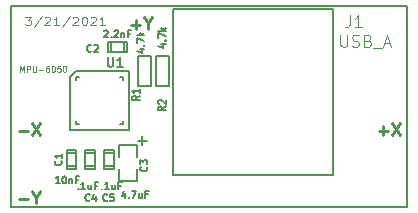
<source format=gto>
G04 #@! TF.GenerationSoftware,KiCad,Pcbnew,5.1.9-73d0e3b20d~88~ubuntu18.04.1*
G04 #@! TF.CreationDate,2021-03-21T21:22:27-07:00*
G04 #@! TF.ProjectId,accelgyro_mpu6050_d2r2,61636365-6c67-4797-926f-5f6d70753630,rev?*
G04 #@! TF.SameCoordinates,Original*
G04 #@! TF.FileFunction,Legend,Top*
G04 #@! TF.FilePolarity,Positive*
%FSLAX46Y46*%
G04 Gerber Fmt 4.6, Leading zero omitted, Abs format (unit mm)*
G04 Created by KiCad (PCBNEW 5.1.9-73d0e3b20d~88~ubuntu18.04.1) date 2021-03-21 21:22:27*
%MOMM*%
%LPD*%
G01*
G04 APERTURE LIST*
%ADD10C,0.250000*%
%ADD11C,0.200000*%
%ADD12C,0.125000*%
%ADD13C,0.127000*%
%ADD14C,0.149860*%
%ADD15C,0.200660*%
%ADD16C,0.150000*%
%ADD17C,0.099060*%
G04 APERTURE END LIST*
D10*
X145690476Y-93571428D02*
X146452380Y-93571428D01*
X146071428Y-93952380D02*
X146071428Y-93190476D01*
X147119047Y-93476190D02*
X147119047Y-93952380D01*
X146785714Y-92952380D02*
X147119047Y-93476190D01*
X147452380Y-92952380D01*
D11*
X169000000Y-92000000D02*
X135500000Y-92000000D01*
X169000000Y-109000000D02*
X169000000Y-92000000D01*
X135500000Y-109000000D02*
X169000000Y-109000000D01*
X135500000Y-92000000D02*
X135500000Y-109000000D01*
D12*
X136709523Y-92916666D02*
X137204761Y-92916666D01*
X136938095Y-93183333D01*
X137052380Y-93183333D01*
X137128571Y-93216666D01*
X137166666Y-93250000D01*
X137204761Y-93316666D01*
X137204761Y-93483333D01*
X137166666Y-93550000D01*
X137128571Y-93583333D01*
X137052380Y-93616666D01*
X136823809Y-93616666D01*
X136747619Y-93583333D01*
X136709523Y-93550000D01*
X138119047Y-92883333D02*
X137433333Y-93783333D01*
X138347619Y-92983333D02*
X138385714Y-92950000D01*
X138461904Y-92916666D01*
X138652380Y-92916666D01*
X138728571Y-92950000D01*
X138766666Y-92983333D01*
X138804761Y-93050000D01*
X138804761Y-93116666D01*
X138766666Y-93216666D01*
X138309523Y-93616666D01*
X138804761Y-93616666D01*
X139566666Y-93616666D02*
X139109523Y-93616666D01*
X139338095Y-93616666D02*
X139338095Y-92916666D01*
X139261904Y-93016666D01*
X139185714Y-93083333D01*
X139109523Y-93116666D01*
X140480952Y-92883333D02*
X139795238Y-93783333D01*
X140709523Y-92983333D02*
X140747619Y-92950000D01*
X140823809Y-92916666D01*
X141014285Y-92916666D01*
X141090476Y-92950000D01*
X141128571Y-92983333D01*
X141166666Y-93050000D01*
X141166666Y-93116666D01*
X141128571Y-93216666D01*
X140671428Y-93616666D01*
X141166666Y-93616666D01*
X141661904Y-92916666D02*
X141738095Y-92916666D01*
X141814285Y-92950000D01*
X141852380Y-92983333D01*
X141890476Y-93050000D01*
X141928571Y-93183333D01*
X141928571Y-93350000D01*
X141890476Y-93483333D01*
X141852380Y-93550000D01*
X141814285Y-93583333D01*
X141738095Y-93616666D01*
X141661904Y-93616666D01*
X141585714Y-93583333D01*
X141547619Y-93550000D01*
X141509523Y-93483333D01*
X141471428Y-93350000D01*
X141471428Y-93183333D01*
X141509523Y-93050000D01*
X141547619Y-92983333D01*
X141585714Y-92950000D01*
X141661904Y-92916666D01*
X142233333Y-92983333D02*
X142271428Y-92950000D01*
X142347619Y-92916666D01*
X142538095Y-92916666D01*
X142614285Y-92950000D01*
X142652380Y-92983333D01*
X142690476Y-93050000D01*
X142690476Y-93116666D01*
X142652380Y-93216666D01*
X142195238Y-93616666D01*
X142690476Y-93616666D01*
X143452380Y-93616666D02*
X142995238Y-93616666D01*
X143223809Y-93616666D02*
X143223809Y-92916666D01*
X143147619Y-93016666D01*
X143071428Y-93083333D01*
X142995238Y-93116666D01*
D10*
X136142857Y-102571428D02*
X136904761Y-102571428D01*
X137285714Y-101952380D02*
X137952380Y-102952380D01*
X137952380Y-101952380D02*
X137285714Y-102952380D01*
X166642857Y-102571428D02*
X167404761Y-102571428D01*
X167023809Y-102952380D02*
X167023809Y-102190476D01*
X167785714Y-101952380D02*
X168452380Y-102952380D01*
X168452380Y-101952380D02*
X167785714Y-102952380D01*
X136190476Y-108321428D02*
X136952380Y-108321428D01*
X137619047Y-108226190D02*
X137619047Y-108702380D01*
X137285714Y-107702380D02*
X137619047Y-108226190D01*
X137952380Y-107702380D01*
D13*
X140193600Y-104187200D02*
X141006400Y-104187200D01*
X140193600Y-105812800D02*
X140193600Y-104187200D01*
X141006400Y-105812800D02*
X140193600Y-105812800D01*
X141006400Y-104187200D02*
X141006400Y-105812800D01*
X140981000Y-104441200D02*
X140193600Y-104441200D01*
X140193600Y-105558800D02*
X141006400Y-105558800D01*
X143687200Y-95906400D02*
X143687200Y-95093600D01*
X145312800Y-95906400D02*
X143687200Y-95906400D01*
X145312800Y-95093600D02*
X145312800Y-95906400D01*
X143687200Y-95093600D02*
X145312800Y-95093600D01*
X143941200Y-95119000D02*
X143941200Y-95906400D01*
X145058800Y-95906400D02*
X145058800Y-95093600D01*
X141793600Y-104187200D02*
X142606400Y-104187200D01*
X141793600Y-105812800D02*
X141793600Y-104187200D01*
X142606400Y-105812800D02*
X141793600Y-105812800D01*
X142606400Y-104187200D02*
X142606400Y-105812800D01*
X142581000Y-104441200D02*
X141793600Y-104441200D01*
X141793600Y-105558800D02*
X142606400Y-105558800D01*
X143393600Y-104187200D02*
X144206400Y-104187200D01*
X143393600Y-105812800D02*
X143393600Y-104187200D01*
X144206400Y-105812800D02*
X143393600Y-105812800D01*
X144206400Y-104187200D02*
X144206400Y-105812800D01*
X144181000Y-104441200D02*
X143393600Y-104441200D01*
X143393600Y-105558800D02*
X144206400Y-105558800D01*
D14*
X145489200Y-97510800D02*
X145489200Y-102489200D01*
X145489200Y-102489200D02*
X140510800Y-102489200D01*
D15*
X144991360Y-98008640D02*
X144991360Y-98257560D01*
X144742440Y-98008640D02*
X144991360Y-98008640D01*
X144991360Y-101991360D02*
X144742440Y-101991360D01*
X144991360Y-101742440D02*
X144991360Y-101991360D01*
X141008640Y-101991360D02*
X141008640Y-101742440D01*
X141257560Y-101991360D02*
X141008640Y-101991360D01*
X141008640Y-98008640D02*
X141257560Y-98008640D01*
X141008640Y-98257560D02*
X141008640Y-98008640D01*
D14*
X140510800Y-98008640D02*
X141008640Y-97510800D01*
X140510800Y-98008640D02*
X140510800Y-102489200D01*
X141008640Y-97510800D02*
X145489200Y-97510800D01*
D13*
X144638000Y-106824000D02*
X144638000Y-105808000D01*
X146162000Y-106824000D02*
X144638000Y-106824000D01*
X146162000Y-105808000D02*
X146162000Y-106824000D01*
X146162000Y-103776000D02*
X146162000Y-104792000D01*
X144638000Y-103776000D02*
X146162000Y-103776000D01*
X144638000Y-104792000D02*
X144638000Y-103776000D01*
X162775000Y-106330000D02*
X162775000Y-92270000D01*
X149225000Y-92270000D02*
X162775000Y-92270000D01*
X149225000Y-106330000D02*
X149225000Y-92270000D01*
X162775000Y-106330000D02*
X149225000Y-106330000D01*
X147382000Y-96286000D02*
X147382000Y-98786000D01*
X146242000Y-98786000D02*
X146242000Y-96286000D01*
X146242000Y-96266000D02*
X147382000Y-96266000D01*
X146242000Y-98806000D02*
X147382000Y-98806000D01*
X147766000Y-98806000D02*
X148906000Y-98806000D01*
X147766000Y-96266000D02*
X148906000Y-96266000D01*
X147766000Y-98786000D02*
X147766000Y-96286000D01*
X148906000Y-96286000D02*
X148906000Y-98786000D01*
D16*
X139714285Y-105100000D02*
X139742857Y-105128571D01*
X139771428Y-105214285D01*
X139771428Y-105271428D01*
X139742857Y-105357142D01*
X139685714Y-105414285D01*
X139628571Y-105442857D01*
X139514285Y-105471428D01*
X139428571Y-105471428D01*
X139314285Y-105442857D01*
X139257142Y-105414285D01*
X139200000Y-105357142D01*
X139171428Y-105271428D01*
X139171428Y-105214285D01*
X139200000Y-105128571D01*
X139228571Y-105100000D01*
X139771428Y-104528571D02*
X139771428Y-104871428D01*
X139771428Y-104700000D02*
X139171428Y-104700000D01*
X139257142Y-104757142D01*
X139314285Y-104814285D01*
X139342857Y-104871428D01*
X139607142Y-107021428D02*
X139264285Y-107021428D01*
X139435714Y-107021428D02*
X139435714Y-106421428D01*
X139378571Y-106507142D01*
X139321428Y-106564285D01*
X139264285Y-106592857D01*
X139978571Y-106421428D02*
X140035714Y-106421428D01*
X140092857Y-106450000D01*
X140121428Y-106478571D01*
X140150000Y-106535714D01*
X140178571Y-106650000D01*
X140178571Y-106792857D01*
X140150000Y-106907142D01*
X140121428Y-106964285D01*
X140092857Y-106992857D01*
X140035714Y-107021428D01*
X139978571Y-107021428D01*
X139921428Y-106992857D01*
X139892857Y-106964285D01*
X139864285Y-106907142D01*
X139835714Y-106792857D01*
X139835714Y-106650000D01*
X139864285Y-106535714D01*
X139892857Y-106478571D01*
X139921428Y-106450000D01*
X139978571Y-106421428D01*
X140435714Y-106621428D02*
X140435714Y-107021428D01*
X140435714Y-106678571D02*
X140464285Y-106650000D01*
X140521428Y-106621428D01*
X140607142Y-106621428D01*
X140664285Y-106650000D01*
X140692857Y-106707142D01*
X140692857Y-107021428D01*
X141178571Y-106707142D02*
X140978571Y-106707142D01*
X140978571Y-107021428D02*
X140978571Y-106421428D01*
X141264285Y-106421428D01*
X142300000Y-95814285D02*
X142271428Y-95842857D01*
X142185714Y-95871428D01*
X142128571Y-95871428D01*
X142042857Y-95842857D01*
X141985714Y-95785714D01*
X141957142Y-95728571D01*
X141928571Y-95614285D01*
X141928571Y-95528571D01*
X141957142Y-95414285D01*
X141985714Y-95357142D01*
X142042857Y-95300000D01*
X142128571Y-95271428D01*
X142185714Y-95271428D01*
X142271428Y-95300000D01*
X142300000Y-95328571D01*
X142528571Y-95328571D02*
X142557142Y-95300000D01*
X142614285Y-95271428D01*
X142757142Y-95271428D01*
X142814285Y-95300000D01*
X142842857Y-95328571D01*
X142871428Y-95385714D01*
X142871428Y-95442857D01*
X142842857Y-95528571D01*
X142500000Y-95871428D01*
X142871428Y-95871428D01*
X143371428Y-94128571D02*
X143400000Y-94100000D01*
X143457142Y-94071428D01*
X143600000Y-94071428D01*
X143657142Y-94100000D01*
X143685714Y-94128571D01*
X143714285Y-94185714D01*
X143714285Y-94242857D01*
X143685714Y-94328571D01*
X143342857Y-94671428D01*
X143714285Y-94671428D01*
X143971428Y-94614285D02*
X144000000Y-94642857D01*
X143971428Y-94671428D01*
X143942857Y-94642857D01*
X143971428Y-94614285D01*
X143971428Y-94671428D01*
X144228571Y-94128571D02*
X144257142Y-94100000D01*
X144314285Y-94071428D01*
X144457142Y-94071428D01*
X144514285Y-94100000D01*
X144542857Y-94128571D01*
X144571428Y-94185714D01*
X144571428Y-94242857D01*
X144542857Y-94328571D01*
X144200000Y-94671428D01*
X144571428Y-94671428D01*
X144828571Y-94271428D02*
X144828571Y-94671428D01*
X144828571Y-94328571D02*
X144857142Y-94300000D01*
X144914285Y-94271428D01*
X145000000Y-94271428D01*
X145057142Y-94300000D01*
X145085714Y-94357142D01*
X145085714Y-94671428D01*
X145571428Y-94357142D02*
X145371428Y-94357142D01*
X145371428Y-94671428D02*
X145371428Y-94071428D01*
X145657142Y-94071428D01*
X142150000Y-108464285D02*
X142121428Y-108492857D01*
X142035714Y-108521428D01*
X141978571Y-108521428D01*
X141892857Y-108492857D01*
X141835714Y-108435714D01*
X141807142Y-108378571D01*
X141778571Y-108264285D01*
X141778571Y-108178571D01*
X141807142Y-108064285D01*
X141835714Y-108007142D01*
X141892857Y-107950000D01*
X141978571Y-107921428D01*
X142035714Y-107921428D01*
X142121428Y-107950000D01*
X142150000Y-107978571D01*
X142664285Y-108121428D02*
X142664285Y-108521428D01*
X142521428Y-107892857D02*
X142378571Y-108321428D01*
X142750000Y-108321428D01*
X141185714Y-107464285D02*
X141214285Y-107492857D01*
X141185714Y-107521428D01*
X141157142Y-107492857D01*
X141185714Y-107464285D01*
X141185714Y-107521428D01*
X141785714Y-107521428D02*
X141442857Y-107521428D01*
X141614285Y-107521428D02*
X141614285Y-106921428D01*
X141557142Y-107007142D01*
X141500000Y-107064285D01*
X141442857Y-107092857D01*
X142300000Y-107121428D02*
X142300000Y-107521428D01*
X142042857Y-107121428D02*
X142042857Y-107435714D01*
X142071428Y-107492857D01*
X142128571Y-107521428D01*
X142214285Y-107521428D01*
X142271428Y-107492857D01*
X142300000Y-107464285D01*
X142785714Y-107207142D02*
X142585714Y-107207142D01*
X142585714Y-107521428D02*
X142585714Y-106921428D01*
X142871428Y-106921428D01*
X143650000Y-108464285D02*
X143621428Y-108492857D01*
X143535714Y-108521428D01*
X143478571Y-108521428D01*
X143392857Y-108492857D01*
X143335714Y-108435714D01*
X143307142Y-108378571D01*
X143278571Y-108264285D01*
X143278571Y-108178571D01*
X143307142Y-108064285D01*
X143335714Y-108007142D01*
X143392857Y-107950000D01*
X143478571Y-107921428D01*
X143535714Y-107921428D01*
X143621428Y-107950000D01*
X143650000Y-107978571D01*
X144192857Y-107921428D02*
X143907142Y-107921428D01*
X143878571Y-108207142D01*
X143907142Y-108178571D01*
X143964285Y-108150000D01*
X144107142Y-108150000D01*
X144164285Y-108178571D01*
X144192857Y-108207142D01*
X144221428Y-108264285D01*
X144221428Y-108407142D01*
X144192857Y-108464285D01*
X144164285Y-108492857D01*
X144107142Y-108521428D01*
X143964285Y-108521428D01*
X143907142Y-108492857D01*
X143878571Y-108464285D01*
X143185714Y-107464285D02*
X143214285Y-107492857D01*
X143185714Y-107521428D01*
X143157142Y-107492857D01*
X143185714Y-107464285D01*
X143185714Y-107521428D01*
X143785714Y-107521428D02*
X143442857Y-107521428D01*
X143614285Y-107521428D02*
X143614285Y-106921428D01*
X143557142Y-107007142D01*
X143500000Y-107064285D01*
X143442857Y-107092857D01*
X144300000Y-107121428D02*
X144300000Y-107521428D01*
X144042857Y-107121428D02*
X144042857Y-107435714D01*
X144071428Y-107492857D01*
X144128571Y-107521428D01*
X144214285Y-107521428D01*
X144271428Y-107492857D01*
X144300000Y-107464285D01*
X144785714Y-107207142D02*
X144585714Y-107207142D01*
X144585714Y-107521428D02*
X144585714Y-106921428D01*
X144871428Y-106921428D01*
D11*
X143690476Y-96361904D02*
X143690476Y-97009523D01*
X143728571Y-97085714D01*
X143766666Y-97123809D01*
X143842857Y-97161904D01*
X143995238Y-97161904D01*
X144071428Y-97123809D01*
X144109523Y-97085714D01*
X144147619Y-97009523D01*
X144147619Y-96361904D01*
X144947619Y-97161904D02*
X144490476Y-97161904D01*
X144719047Y-97161904D02*
X144719047Y-96361904D01*
X144642857Y-96476190D01*
X144566666Y-96552380D01*
X144490476Y-96590476D01*
D12*
X136259523Y-97576190D02*
X136259523Y-97076190D01*
X136426190Y-97433333D01*
X136592857Y-97076190D01*
X136592857Y-97576190D01*
X136830952Y-97576190D02*
X136830952Y-97076190D01*
X137021428Y-97076190D01*
X137069047Y-97100000D01*
X137092857Y-97123809D01*
X137116666Y-97171428D01*
X137116666Y-97242857D01*
X137092857Y-97290476D01*
X137069047Y-97314285D01*
X137021428Y-97338095D01*
X136830952Y-97338095D01*
X137330952Y-97076190D02*
X137330952Y-97480952D01*
X137354761Y-97528571D01*
X137378571Y-97552380D01*
X137426190Y-97576190D01*
X137521428Y-97576190D01*
X137569047Y-97552380D01*
X137592857Y-97528571D01*
X137616666Y-97480952D01*
X137616666Y-97076190D01*
X137854761Y-97385714D02*
X138235714Y-97385714D01*
X138688095Y-97076190D02*
X138592857Y-97076190D01*
X138545238Y-97100000D01*
X138521428Y-97123809D01*
X138473809Y-97195238D01*
X138450000Y-97290476D01*
X138450000Y-97480952D01*
X138473809Y-97528571D01*
X138497619Y-97552380D01*
X138545238Y-97576190D01*
X138640476Y-97576190D01*
X138688095Y-97552380D01*
X138711904Y-97528571D01*
X138735714Y-97480952D01*
X138735714Y-97361904D01*
X138711904Y-97314285D01*
X138688095Y-97290476D01*
X138640476Y-97266666D01*
X138545238Y-97266666D01*
X138497619Y-97290476D01*
X138473809Y-97314285D01*
X138450000Y-97361904D01*
X139045238Y-97076190D02*
X139092857Y-97076190D01*
X139140476Y-97100000D01*
X139164285Y-97123809D01*
X139188095Y-97171428D01*
X139211904Y-97266666D01*
X139211904Y-97385714D01*
X139188095Y-97480952D01*
X139164285Y-97528571D01*
X139140476Y-97552380D01*
X139092857Y-97576190D01*
X139045238Y-97576190D01*
X138997619Y-97552380D01*
X138973809Y-97528571D01*
X138950000Y-97480952D01*
X138926190Y-97385714D01*
X138926190Y-97266666D01*
X138950000Y-97171428D01*
X138973809Y-97123809D01*
X138997619Y-97100000D01*
X139045238Y-97076190D01*
X139664285Y-97076190D02*
X139426190Y-97076190D01*
X139402380Y-97314285D01*
X139426190Y-97290476D01*
X139473809Y-97266666D01*
X139592857Y-97266666D01*
X139640476Y-97290476D01*
X139664285Y-97314285D01*
X139688095Y-97361904D01*
X139688095Y-97480952D01*
X139664285Y-97528571D01*
X139640476Y-97552380D01*
X139592857Y-97576190D01*
X139473809Y-97576190D01*
X139426190Y-97552380D01*
X139402380Y-97528571D01*
X139997619Y-97076190D02*
X140045238Y-97076190D01*
X140092857Y-97100000D01*
X140116666Y-97123809D01*
X140140476Y-97171428D01*
X140164285Y-97266666D01*
X140164285Y-97385714D01*
X140140476Y-97480952D01*
X140116666Y-97528571D01*
X140092857Y-97552380D01*
X140045238Y-97576190D01*
X139997619Y-97576190D01*
X139950000Y-97552380D01*
X139926190Y-97528571D01*
X139902380Y-97480952D01*
X139878571Y-97385714D01*
X139878571Y-97266666D01*
X139902380Y-97171428D01*
X139926190Y-97123809D01*
X139950000Y-97100000D01*
X139997619Y-97076190D01*
D16*
X146964285Y-105600000D02*
X146992857Y-105628571D01*
X147021428Y-105714285D01*
X147021428Y-105771428D01*
X146992857Y-105857142D01*
X146935714Y-105914285D01*
X146878571Y-105942857D01*
X146764285Y-105971428D01*
X146678571Y-105971428D01*
X146564285Y-105942857D01*
X146507142Y-105914285D01*
X146450000Y-105857142D01*
X146421428Y-105771428D01*
X146421428Y-105714285D01*
X146450000Y-105628571D01*
X146478571Y-105600000D01*
X146421428Y-105400000D02*
X146421428Y-105028571D01*
X146650000Y-105228571D01*
X146650000Y-105142857D01*
X146678571Y-105085714D01*
X146707142Y-105057142D01*
X146764285Y-105028571D01*
X146907142Y-105028571D01*
X146964285Y-105057142D01*
X146992857Y-105085714D01*
X147021428Y-105142857D01*
X147021428Y-105314285D01*
X146992857Y-105371428D01*
X146964285Y-105400000D01*
X145157142Y-107871428D02*
X145157142Y-108271428D01*
X145014285Y-107642857D02*
X144871428Y-108071428D01*
X145242857Y-108071428D01*
X145471428Y-108214285D02*
X145500000Y-108242857D01*
X145471428Y-108271428D01*
X145442857Y-108242857D01*
X145471428Y-108214285D01*
X145471428Y-108271428D01*
X145700000Y-107671428D02*
X146100000Y-107671428D01*
X145842857Y-108271428D01*
X146585714Y-107871428D02*
X146585714Y-108271428D01*
X146328571Y-107871428D02*
X146328571Y-108185714D01*
X146357142Y-108242857D01*
X146414285Y-108271428D01*
X146500000Y-108271428D01*
X146557142Y-108242857D01*
X146585714Y-108214285D01*
X147071428Y-107957142D02*
X146871428Y-107957142D01*
X146871428Y-108271428D02*
X146871428Y-107671428D01*
X147157142Y-107671428D01*
X146621428Y-103780952D02*
X146621428Y-103019047D01*
X147002380Y-103400000D02*
X146240476Y-103400000D01*
D17*
X164166413Y-92801964D02*
X164166413Y-93516793D01*
X164118758Y-93659759D01*
X164023447Y-93755069D01*
X163880481Y-93802724D01*
X163785171Y-93802724D01*
X165167173Y-93802724D02*
X164595310Y-93802724D01*
X164881241Y-93802724D02*
X164881241Y-92801964D01*
X164785931Y-92944930D01*
X164690620Y-93040240D01*
X164595310Y-93087896D01*
X163376997Y-94451964D02*
X163376997Y-95262103D01*
X163424652Y-95357414D01*
X163472307Y-95405069D01*
X163567618Y-95452724D01*
X163758239Y-95452724D01*
X163853549Y-95405069D01*
X163901204Y-95357414D01*
X163948860Y-95262103D01*
X163948860Y-94451964D01*
X164377757Y-95405069D02*
X164520722Y-95452724D01*
X164758999Y-95452724D01*
X164854309Y-95405069D01*
X164901964Y-95357414D01*
X164949620Y-95262103D01*
X164949620Y-95166793D01*
X164901964Y-95071482D01*
X164854309Y-95023827D01*
X164758999Y-94976172D01*
X164568378Y-94928517D01*
X164473067Y-94880861D01*
X164425412Y-94833206D01*
X164377757Y-94737896D01*
X164377757Y-94642585D01*
X164425412Y-94547275D01*
X164473067Y-94499620D01*
X164568378Y-94451964D01*
X164806654Y-94451964D01*
X164949620Y-94499620D01*
X165712103Y-94928517D02*
X165855069Y-94976172D01*
X165902724Y-95023827D01*
X165950380Y-95119138D01*
X165950380Y-95262103D01*
X165902724Y-95357414D01*
X165855069Y-95405069D01*
X165759759Y-95452724D01*
X165378517Y-95452724D01*
X165378517Y-94451964D01*
X165712103Y-94451964D01*
X165807414Y-94499620D01*
X165855069Y-94547275D01*
X165902724Y-94642585D01*
X165902724Y-94737896D01*
X165855069Y-94833206D01*
X165807414Y-94880861D01*
X165712103Y-94928517D01*
X165378517Y-94928517D01*
X166141000Y-95548035D02*
X166903484Y-95548035D01*
X167094105Y-95166793D02*
X167570658Y-95166793D01*
X166998795Y-95452724D02*
X167332381Y-94451964D01*
X167665968Y-95452724D01*
D16*
X146371428Y-99600000D02*
X146085714Y-99800000D01*
X146371428Y-99942857D02*
X145771428Y-99942857D01*
X145771428Y-99714285D01*
X145800000Y-99657142D01*
X145828571Y-99628571D01*
X145885714Y-99600000D01*
X145971428Y-99600000D01*
X146028571Y-99628571D01*
X146057142Y-99657142D01*
X146085714Y-99714285D01*
X146085714Y-99942857D01*
X146371428Y-99028571D02*
X146371428Y-99371428D01*
X146371428Y-99200000D02*
X145771428Y-99200000D01*
X145857142Y-99257142D01*
X145914285Y-99314285D01*
X145942857Y-99371428D01*
X146371428Y-95657142D02*
X146771428Y-95657142D01*
X146142857Y-95800000D02*
X146571428Y-95942857D01*
X146571428Y-95571428D01*
X146714285Y-95342857D02*
X146742857Y-95314285D01*
X146771428Y-95342857D01*
X146742857Y-95371428D01*
X146714285Y-95342857D01*
X146771428Y-95342857D01*
X146171428Y-95114285D02*
X146171428Y-94714285D01*
X146771428Y-94971428D01*
X146771428Y-94485714D02*
X146171428Y-94485714D01*
X146542857Y-94428571D02*
X146771428Y-94257142D01*
X146371428Y-94257142D02*
X146600000Y-94485714D01*
X148571428Y-100500000D02*
X148285714Y-100700000D01*
X148571428Y-100842857D02*
X147971428Y-100842857D01*
X147971428Y-100614285D01*
X148000000Y-100557142D01*
X148028571Y-100528571D01*
X148085714Y-100500000D01*
X148171428Y-100500000D01*
X148228571Y-100528571D01*
X148257142Y-100557142D01*
X148285714Y-100614285D01*
X148285714Y-100842857D01*
X148028571Y-100271428D02*
X148000000Y-100242857D01*
X147971428Y-100185714D01*
X147971428Y-100042857D01*
X148000000Y-99985714D01*
X148028571Y-99957142D01*
X148085714Y-99928571D01*
X148142857Y-99928571D01*
X148228571Y-99957142D01*
X148571428Y-100300000D01*
X148571428Y-99928571D01*
X148171428Y-95257142D02*
X148571428Y-95257142D01*
X147942857Y-95400000D02*
X148371428Y-95542857D01*
X148371428Y-95171428D01*
X148514285Y-94942857D02*
X148542857Y-94914285D01*
X148571428Y-94942857D01*
X148542857Y-94971428D01*
X148514285Y-94942857D01*
X148571428Y-94942857D01*
X147971428Y-94714285D02*
X147971428Y-94314285D01*
X148571428Y-94571428D01*
X148571428Y-94085714D02*
X147971428Y-94085714D01*
X148342857Y-94028571D02*
X148571428Y-93857142D01*
X148171428Y-93857142D02*
X148400000Y-94085714D01*
M02*

</source>
